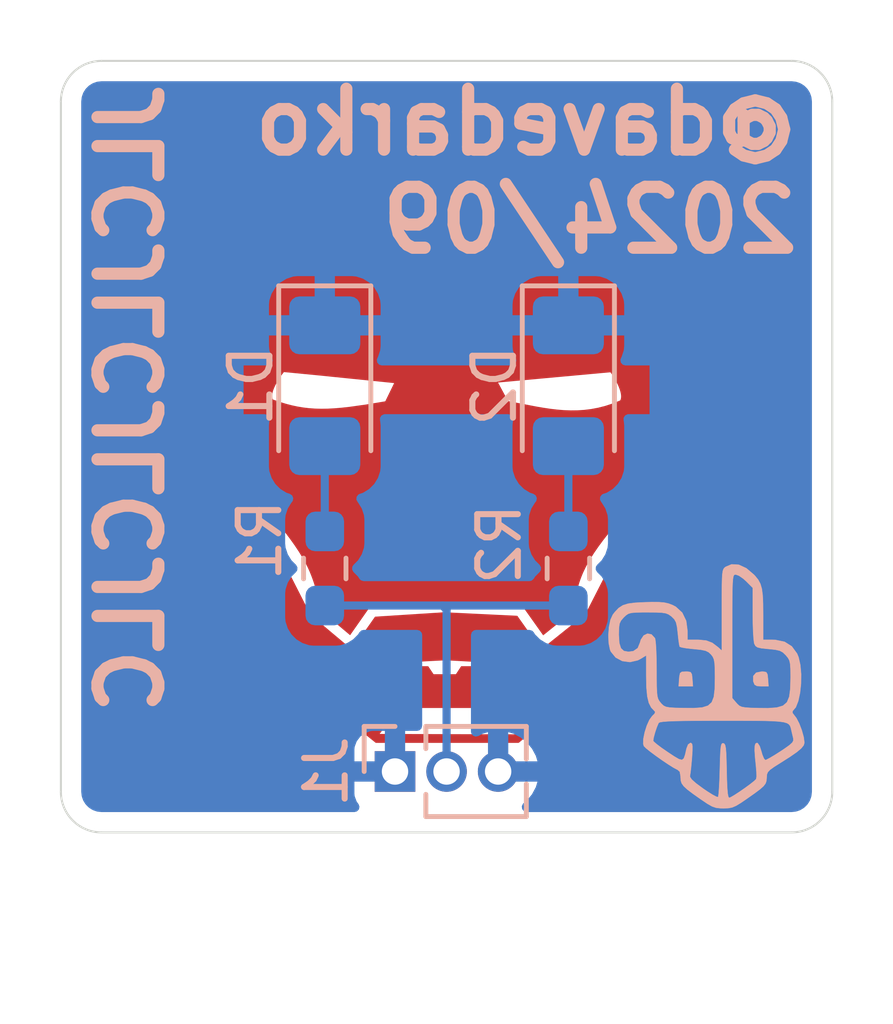
<source format=kicad_pcb>
(kicad_pcb (version 20240108) (generator "pcbnew") (generator_version "8.0")
  (layers (0 "F.Cu" signal) (31 "B.Cu" signal) (34 "B.Paste" user) (35 "F.Paste" user) (36 "B.SilkS" user "B.Silkscreen") (37 "F.SilkS" user "F.Silkscreen") (38 "B.Mask" user) (39 "F.Mask" user) (44 "Edge.Cuts" user))
  (net 0 "")
  (net 1 "Net-(D1-A)")
  (net 2 "GND")
  (net 3 "Net-(D2-A)")
  (net 4 "VCC")
  (footprint "Connector_PinHeader_1.27mm:PinHeader_1x03_P1.27mm_Vertical" (layer "B.Cu") (at 8.73 18 -90)
    (property "Reference" "J1" (at 0 1.695 90) (layer "B.SilkS") (effects (justify mirror)))
    (property "Value" "Conn_01x03_Pin")
    (fp_line (start -1.11 0.76) (end -1.11 0) (stroke (width 0.12)) (layer "B.SilkS"))
    (fp_line (start 0 0.76) (end -1.11 0.76) (stroke (width 0.12)) (layer "B.SilkS"))
    (fp_line (start -0.563471 -0.76) (end -1.11 -0.76) (stroke (width 0.12)) (layer "B.SilkS"))
    (fp_line (start 1.11 -0.76) (end 0.563471 -0.76) (stroke (width 0.12)) (layer "B.SilkS"))
    (fp_line (start -1.11 -3.235) (end -1.11 -0.76) (stroke (width 0.12)) (layer "B.SilkS"))
    (fp_line (start -0.30753 -3.235) (end -1.11 -3.235) (stroke (width 0.12)) (layer "B.SilkS"))
    (fp_line (start 1.11 -3.235) (end 1.11 -0.76) (stroke (width 0.12)) (layer "B.SilkS"))
    (fp_line (start 1.11 -3.235) (end 0.30753 -3.235) (stroke (width 0.12)) (layer "B.SilkS"))
    (pad "1" thru_hole rect (at 0 0 270) (size 1 1) (drill 0.65) (layers "*.Cu" "*.Mask") (net 2 "GND"))
    (pad "2" thru_hole oval (at 0 -1.27 270) (size 1 1) (drill 0.65) (layers "*.Cu" "*.Mask") (net 4 "VCC"))
    (pad "3" thru_hole oval (at 0 -2.54 270) (size 1 1) (drill 0.65) (layers "*.Cu" "*.Mask") (net 2 "GND"))
  )
  (footprint "LED_SMD:LED_1206_3216Metric_Pad1.42x1.75mm_HandSolder" (layer "B.Cu") (at 13 8.5 -90)
    (property "Reference" "D2" (at 0 1.82 90) (layer "B.SilkS") (effects (justify mirror)))
    (property "Value" "LED")
    (fp_line (start -2.46 1.135) (end 1.6 1.135) (stroke (width 0.12)) (layer "B.SilkS"))
    (fp_line (start -2.46 -1.135) (end -2.46 1.135) (stroke (width 0.12)) (layer "B.SilkS"))
    (fp_line (start 1.6 -1.135) (end -2.46 -1.135) (stroke (width 0.12)) (layer "B.SilkS"))
    (pad "1" smd roundrect (at -1.4875 0 270) (size 1.425 1.75) (layers "B.Cu" "B.Paste" "B.Mask") (roundrect_rratio 0.175439) (net 2 "GND"))
    (pad "2" smd roundrect (at 1.4875 0 270) (size 1.425 1.75) (layers "B.Cu" "B.Paste" "B.Mask") (roundrect_rratio 0.175439) (net 3 "Net-(D2-A)"))
  )
  (footprint "LED_SMD:LED_1206_3216Metric_Pad1.42x1.75mm_HandSolder" (layer "B.Cu") (at 7 8.5 -90)
    (property "Reference" "D1" (at 0 1.82 90) (layer "B.SilkS") (effects (justify mirror)))
    (property "Value" "LED")
    (fp_line (start -2.46 1.135) (end 1.6 1.135) (stroke (width 0.12)) (layer "B.SilkS"))
    (fp_line (start -2.46 -1.135) (end -2.46 1.135) (stroke (width 0.12)) (layer "B.SilkS"))
    (fp_line (start 1.6 -1.135) (end -2.46 -1.135) (stroke (width 0.12)) (layer "B.SilkS"))
    (pad "1" smd roundrect (at -1.4875 0 270) (size 1.425 1.75) (layers "B.Cu" "B.Paste" "B.Mask") (roundrect_rratio 0.175439) (net 2 "GND"))
    (pad "2" smd roundrect (at 1.4875 0 270) (size 1.425 1.75) (layers "B.Cu" "B.Paste" "B.Mask") (roundrect_rratio 0.175439) (net 1 "Net-(D1-A)"))
  )
  (footprint "davedarko:davedarko_logo_silk_outline" (layer "B.Cu") (at 16.4 15.9 180)
    (property "Reference" "Ref**" (hide yes))
    (property "Value" "Val**" (hide yes))
    (fp_poly (pts (xy 0.601261 0.354649) (xy 0.646236 0.323337) (xy 0.664104 0.242256) (xy 0.669184 0.179917) (xy 0.682201 0) (xy 0.333798 0) (xy 0.346816 0.179917) (xy 0.359246 0.292707) (xy 0.388785 0.344569) (xy 0.456612 0.359142) (xy 0.508 0.359833) (xy 0.601261 0.354649)) (stroke (width 0.01)) (fill solid) (layer "B.SilkS"))
    (fp_poly (pts (xy -1.225178 0.332348) (xy -1.156659 0.252074) (xy -1.156377 0.122284) (xy -1.15874 0.112386) (xy -1.188279 0.039258) (xy -1.246032 0.007096) (xy -1.357907 0) (xy -1.528868 0) (xy -1.515851 0.179917) (xy -1.5033 0.292747) (xy -1.473815 0.344621) (xy -1.40683 0.359168) (xy -1.359281 0.359833) (xy -1.225178 0.332348)) (stroke (width 0.01)) (fill solid) (layer "B.SilkS"))
    (fp_poly (pts (xy -0.475086 2.939766) (xy -0.445363 2.916631) (xy -0.422667 2.88707) (xy -0.406052 2.840351) (xy -0.394569 2.765739) (xy -0.387271 2.652501) (xy -0.38321 2.489903) (xy -0.381439 2.267211) (xy -0.381009 1.973692) (xy -0.381 1.874054) (xy -0.381 0.874242) (xy -0.28575 0.960997) (xy -0.145494 1.067104) (xy 0.001808 1.123629) (xy 0.190337 1.142633) (xy 0.23005 1.143) (xy 0.465667 1.143) (xy 0.465667 1.356353) (xy 0.498547 1.609061) (xy 0.595652 1.810391) (xy 0.754683 1.956317) (xy 0.831739 1.996788) (xy 0.931201 2.034914) (xy 1.035305 2.058471) (xy 1.165749 2.069737) (xy 1.344234 2.070991) (xy 1.503448 2.067306) (xy 1.746902 2.055877) (xy 1.924691 2.03342) (xy 2.055732 1.992724) (xy 2.158939 1.926575) (xy 2.253228 1.827761) (xy 2.304367 1.761943) (xy 2.361332 1.636446) (xy 2.398118 1.457813) (xy 2.413149 1.255507) (xy 2.404846 1.05899) (xy 2.371634 0.897724) (xy 2.352992 0.853419) (xy 2.234215 0.708194) (xy 2.070257 0.620883) (xy 1.882064 0.596524) (xy 1.690582 0.64016) (xy 1.61925 0.67687) (xy 1.481667 0.760756) (xy 1.481667 0.252018) (xy 1.475347 -0.035964) (xy 1.454557 -0.25275) (xy 1.416544 -0.410994) (xy 1.358558 -0.523353) (xy 1.29959 -0.585718) (xy 1.259512 -0.630769) (xy 1.274614 -0.676049) (xy 1.333557 -0.733885) (xy 1.402547 -0.82818) (xy 1.46647 -0.969736) (xy 1.518061 -1.132461) (xy 1.550055 -1.290265) (xy 1.555188 -1.417058) (xy 1.539303 -1.47277) (xy 1.485455 -1.526718) (xy 1.378891 -1.612487) (xy 1.238537 -1.716776) (xy 1.083319 -1.826284) (xy 0.932161 -1.927709) (xy 0.80399 -2.007751) (xy 0.717731 -2.053109) (xy 0.709083 -2.056259) (xy 0.654904 -2.104812) (xy 0.635364 -2.214256) (xy 0.635 -2.23914) (xy 0.629878 -2.321185) (xy 0.607386 -2.391534) (xy 0.556833 -2.461829) (xy 0.467528 -2.543715) (xy 0.328781 -2.648834) (xy 0.130944 -2.788106) (xy -0.026076 -2.893794) (xy -0.140584 -2.958454) (xy -0.2377 -2.991994) (xy -0.342543 -3.004325) (xy -0.420514 -3.005667) (xy -0.538351 -3.001763) (xy -0.634427 -2.983701) (xy -0.732197 -2.941956) (xy -0.855121 -2.867001) (xy -0.991631 -2.773732) (xy -1.185839 -2.637081) (xy -1.320675 -2.536109) (xy -1.406996 -2.459206) (xy -1.455661 -2.394761) (xy -1.477526 -2.331165) (xy -1.483451 -2.256809) (xy -1.483593 -2.247689) (xy -1.488945 -2.173968) (xy -1.51198 -2.115441) (xy -1.566433 -2.057582) (xy -1.666041 -1.985864) (xy -1.824539 -1.885761) (xy -1.827654 -1.883833) (xy -2.060021 -1.736221) (xy -2.226072 -1.620616) (xy -2.334469 -1.5297) (xy -2.393874 -1.456151) (xy -2.412949 -1.39265) (xy -2.413 -1.389169) (xy -2.405966 -1.335566) (xy -2.144521 -1.335566) (xy -2.117813 -1.387107) (xy -2.049135 -1.450543) (xy -1.926429 -1.538244) (xy -1.831941 -1.601046) (xy -1.681921 -1.696492) (xy -1.556096 -1.770927) (xy -1.4726 -1.813895) (xy -1.451685 -1.820333) (xy -1.41651 -1.782866) (xy -1.376731 -1.686913) (xy -1.354667 -1.608667) (xy -1.311542 -1.475189) (xy -1.264092 -1.404383) (xy -1.244611 -1.397) (xy -1.210653 -1.414362) (xy -1.192425 -1.473715) (xy -1.189477 -1.585957) (xy -1.201361 -1.761989) (xy -1.221498 -1.958334) (xy -1.234037 -2.10886) (xy -1.236163 -2.226849) (xy -1.227605 -2.2861) (xy -1.178122 -2.334936) (xy -1.079667 -2.412924) (xy -0.952385 -2.506022) (xy -0.816421 -2.600189) (xy -0.691919 -2.681384) (xy -0.599027 -2.735565) (xy -0.561992 -2.750036) (xy -0.540569 -2.726224) (xy -0.524146 -2.647911) (xy -0.511956 -2.507063) (xy -0.503232 -2.295647) (xy -0.498492 -2.085453) (xy -0.49307 -1.831217) (xy -0.48614 -1.649514) (xy -0.476238 -1.528207) (xy -0.461903 -1.455162) (xy -0.441672 -1.418245) (xy -0.416594 -1.405756) (xy -0.389608 -1.408584) (xy -0.369856 -1.436875) (xy -0.355782 -1.50241) (xy -0.345832 -1.616973) (xy -0.33845 -1.792347) (xy -0.332083 -2.040316) (xy -0.331928 -2.047352) (xy -0.325152 -2.274872) (xy -0.315944 -2.471932) (xy -0.30528 -2.623256) (xy -0.294137 -2.713567) (xy -0.288179 -2.731676) (xy -0.243534 -2.721293) (xy -0.146824 -2.669815) (xy -0.014115 -2.586409) (xy 0.083813 -2.519435) (xy 0.257136 -2.391098) (xy 0.362403 -2.297245) (xy 0.405887 -2.231816) (xy 0.406428 -2.207891) (xy 0.394147 -2.13537) (xy 0.378745 -2.002596) (xy 0.362912 -1.833783) (xy 0.357513 -1.767417) (xy 0.345433 -1.58765) (xy 0.344371 -1.476514) (xy 0.355845 -1.418503) (xy 0.381374 -1.398116) (xy 0.393796 -1.397) (xy 0.449939 -1.435782) (xy 0.488863 -1.534583) (xy 0.522895 -1.686404) (xy 0.555523 -1.778881) (xy 0.601591 -1.814887) (xy 0.675947 -1.797301) (xy 0.793434 -1.728997) (xy 0.951748 -1.624256) (xy 1.102351 -1.520201) (xy 1.222093 -1.430181) (xy 1.29596 -1.36592) (xy 1.312333 -1.34264) (xy 1.298528 -1.258552) (xy 1.264773 -1.13525) (xy 1.222557 -1.0092) (xy 1.18337 -0.916868) (xy 1.172738 -0.899583) (xy 1.141991 -0.884948) (xy 1.069748 -0.87305) (xy 0.949448 -0.863669) (xy 0.774531 -0.856583) (xy 0.538439 -0.851571) (xy 0.234611 -0.848414) (xy -0.143512 -0.846889) (xy -0.399259 -0.846667) (xy -0.814844 -0.846822) (xy -1.153849 -0.847995) (xy -1.42436 -0.851249) (xy -1.634463 -0.857647) (xy -1.792245 -0.868252) (xy -1.905792 -0.884125) (xy -1.98319 -0.906329) (xy -2.032526 -0.935927) (xy -2.061886 -0.973982) (xy -2.079356 -1.021556) (xy -2.090594 -1.068917) (xy -2.120049 -1.196027) (xy -2.141312 -1.283546) (xy -2.144521 -1.335566) (xy -2.405966 -1.335566) (xy -2.394963 -1.251718) (xy -2.348485 -1.08382) (xy -2.285019 -0.917354) (xy -2.216018 -0.784198) (xy -2.177876 -0.734694) (xy -2.118782 -0.656718) (xy -2.122806 -0.610069) (xy -2.123808 -0.60942) (xy -2.201355 -0.518219) (xy -2.262455 -0.362718) (xy -2.305635 -0.161946) (xy -2.329422 0.065066) (xy -2.331277 0.213755) (xy -2.074333 0.213755) (xy -2.068176 -0.058577) (xy -2.042294 -0.257951) (xy -1.985573 -0.395159) (xy -1.886897 -0.480993) (xy -1.735152 -0.526243) (xy -1.519223 -0.541702) (xy -1.297999 -0.539995) (xy -1.094849 -0.534202) (xy -0.958032 -0.525441) (xy -0.869224 -0.509479) (xy -0.810101 -0.482083) (xy -0.762339 -0.439017) (xy -0.737082 -0.410389) (xy -0.635 -0.291612) (xy -0.635 0.197559) (xy -0.211667 0.197559) (xy -0.206612 -0.06789) (xy -0.18395 -0.262121) (xy -0.132434 -0.395802) (xy -0.040818 -0.479603) (xy 0.102146 -0.524193) (xy 0.307704 -0.540242) (xy 0.564668 -0.538908) (xy 0.767767 -0.533612) (xy 0.904525 -0.525216) (xy 0.99326 -0.509524) (xy 1.052289 -0.482338) (xy 1.099932 -0.439461) (xy 1.125585 -0.410389) (xy 1.163319 -0.363082) (xy 1.190387 -0.313309) (xy 1.208559 -0.246899) (xy 1.219604 -0.149682) (xy 1.225289 -0.007489) (xy 1.227385 0.193851) (xy 1.227667 0.407311) (xy 1.23008 0.647067) (xy 1.236751 0.861021) (xy 1.246827 1.033105) (xy 1.259457 1.147253) (xy 1.268824 1.183136) (xy 1.352004 1.274289) (xy 1.450582 1.294174) (xy 1.544748 1.248519) (xy 1.614689 1.143055) (xy 1.632938 1.077839) (xy 1.689821 0.938) (xy 1.799227 0.863118) (xy 1.92036 0.846667) (xy 2.032978 0.866917) (xy 2.106152 0.935105) (xy 2.146078 1.062384) (xy 2.158952 1.25991) (xy 2.159 1.27628) (xy 2.155761 1.437695) (xy 2.140649 1.542021) (xy 2.105569 1.616753) (xy 2.042426 1.689383) (xy 2.035256 1.69659) (xy 1.977954 1.750721) (xy 1.923077 1.786195) (xy 1.851856 1.806953) (xy 1.745522 1.816936) (xy 1.585302 1.820085) (xy 1.445838 1.820333) (xy 1.238453 1.818985) (xy 1.096621 1.812685) (xy 1.001243 1.798054) (xy 0.933218 1.771712) (xy 0.873447 1.730278) (xy 0.85613 1.715967) (xy 0.788764 1.649636) (xy 0.747092 1.573838) (xy 0.721479 1.462782) (xy 0.703925 1.308479) (xy 0.687584 1.155263) (xy 0.671017 1.03651) (xy 0.657614 0.976236) (xy 0.656791 0.974677) (xy 0.608474 0.956957) (xy 0.497492 0.937612) (xy 0.345686 0.920257) (xy 0.308331 0.917012) (xy 0.133097 0.898997) (xy 0.019143 0.874973) (xy -0.056905 0.837471) (xy -0.116417 0.78132) (xy -0.158331 0.726225) (xy -0.185822 0.663139) (xy -0.201877 0.573756) (xy -0.209484 0.439768) (xy -0.21163 0.242867) (xy -0.211667 0.197559) (xy -0.635 0.197559) (xy -0.635 1.230027) (xy -0.63508 1.628653) (xy -0.635641 1.950765) (xy -0.637162 2.204518) (xy -0.640125 2.398064) (xy -0.645009 2.539556) (xy -0.652295 2.637149) (xy -0.662464 2.698995) (xy -0.675995 2.733249) (xy -0.693369 2.748062) (xy -0.715066 2.75159) (xy -0.724647 2.751667) (xy -0.803767 2.722989) (xy -0.909835 2.649438) (xy -0.978647 2.587314) (xy -1.143 2.422961) (xy -1.143 1.785736) (xy -1.145519 1.553938) (xy -1.152448 1.34547) (xy -1.162848 1.178227) (xy -1.175778 1.070104) (xy -1.18184 1.046356) (xy -1.210781 0.992473) (xy -1.260699 0.958527) (xy -1.351889 0.937087) (xy -1.504644 0.920725) (xy -1.53109 0.9185) (xy -1.698488 0.901042) (xy -1.80741 0.876327) (xy -1.884014 0.834841) (xy -1.95446 0.767066) (xy -1.957917 0.763232) (xy -2.011388 0.698625) (xy -2.045366 0.634946) (xy -2.06425 0.55144) (xy -2.072436 0.427352) (xy -2.074322 0.241926) (xy -2.074333 0.213755) (xy -2.331277 0.213755) (xy -2.332345 0.299287) (xy -2.312929 0.521687) (xy -2.269704 0.713236) (xy -2.233083 0.802815) (xy -2.102551 0.981326) (xy -1.92551 1.09279) (xy -1.69589 1.140573) (xy -1.619911 1.143) (xy -1.397 1.143) (xy -1.397 1.754078) (xy -1.39451 2.033696) (xy -1.384655 2.244499) (xy -1.363856 2.402255) (xy -1.328534 2.52273) (xy -1.275111 2.621692) (xy -1.200007 2.714908) (xy -1.172154 2.744695) (xy -0.982941 2.905032) (xy -0.796668 2.991133) (xy -0.621151 3.000809) (xy -0.475086 2.939766)) (stroke (width 0.01)) (fill solid) (layer "B.SilkS"))
  )
  (footprint "Resistor_SMD:R_0603_1608Metric_Pad0.98x0.95mm_HandSolder" (layer "B.Cu") (at 7 13 90)
    (property "Reference" "R1" (at 0.7 -1.6 90) (layer "B.SilkS") (effects (justify mirror)))
    (property "Value" "R")
    (fp_line (start 0.254724 -0.5225) (end -0.254724 -0.5225) (stroke (width 0.12)) (layer "B.SilkS"))
    (fp_line (start 0.254724 0.5225) (end -0.254724 0.5225) (stroke (width 0.12)) (layer "B.SilkS"))
    (pad "1" smd roundrect (at -0.9125 0 90) (size 0.975 0.95) (layers "B.Cu" "B.Paste" "B.Mask") (net 4 "VCC"))
    (pad "2" smd roundrect (at 0.9125 0 90) (size 0.975 0.95) (layers "B.Cu" "B.Paste" "B.Mask") (net 1 "Net-(D1-A)"))
  )
  (footprint "Resistor_SMD:R_0603_1608Metric_Pad0.98x0.95mm_HandSolder" (layer "B.Cu") (at 13 13 90)
    (property "Reference" "R2" (at 0.6 -1.7 90) (layer "B.SilkS") (effects (justify mirror)))
    (property "Value" "R")
    (fp_line (start 0.254724 -0.5225) (end -0.254724 -0.5225) (stroke (width 0.12)) (layer "B.SilkS"))
    (fp_line (start 0.254724 0.5225) (end -0.254724 0.5225) (stroke (width 0.12)) (layer "B.SilkS"))
    (pad "1" smd roundrect (at -0.9125 0 90) (size 0.975 0.95) (layers "B.Cu" "B.Paste" "B.Mask") (net 4 "VCC"))
    (pad "2" smd roundrect (at 0.9125 0 90) (size 0.975 0.95) (layers "B.Cu" "B.Paste" "B.Mask") (net 3 "Net-(D2-A)"))
  )
  (gr_poly (pts (xy 10.426566 1.295154) (xy 10.604067 1.298989) (xy 10.786541 1.310356) (xy 10.973346 1.329046) (xy 11.163836 1.354853) (xy 11.553298 1.426988) (xy 11.94978 1.525101) (xy 12.34813 1.647533) (xy 12.743199 1.792624) (xy 13.129837 1.958716) (xy 13.502894 2.14415) (xy 13.682721 2.243601) (xy 13.857221 2.347265) (xy 14.02575 2.454935) (xy 14.187666 2.566404) (xy 14.342325 2.681463) (xy 14.489082 2.799906) (xy 14.627293 2.921525) (xy 14.756316 3.046113) (xy 14.875507 3.173462) (xy 14.984221 3.303366) (xy 15.081815 3.435616) (xy 15.167645 3.570005) (xy 15.241068 3.706326) (xy 15.301439 3.844371) (xy 15.348116 3.983933) (xy 15.380454 4.124805) (xy 15.489249 6.010303) (xy 15.460242 7.415973) (xy 15.460242 11.475421) (xy 15.185385 13.735675) (xy 14.384757 15.144153) (xy 11.776023 17.295122) (xy 8.255027 17.295122) (xy 7.981442 17.074907) (xy 8.351096 17.074907) (xy 11.750159 17.084917) (xy 11.281134 16.436235) (xy 8.815909 16.436235) (xy 8.351096 17.074907) (xy 7.981442 17.074907) (xy 5.804141 15.322345) (xy 8.810294 15.322345) (xy 8.810294 15.40636) (xy 9.547141 15.40636) (xy 9.679877 15.604297) (xy 10.229575 15.604297) (xy 10.359488 15.40636) (xy 11.095862 15.40636) (xy 11.095862 15.322345) (xy 9.972525 15.26134) (xy 8.810294 15.322345) (xy 5.804141 15.322345) (xy 5.492454 15.07146) (xy 4.876151 13.482867) (xy 4.450752 11.475421) (xy 4.450752 11.293323) (xy 5.200263 11.293323) (xy 6.645805 14.133288) (xy 6.651801 14.138293) (xy 6.649802 14.140307) (xy 7.668998 14.994891) (xy 8.237922 14.186755) (xy 9.941443 14.078418) (xy 11.742514 14.16521) (xy 12.329276 14.99306) (xy 13.419303 14.119708) (xy 13.419776 14.11925) (xy 13.421775 14.118793) (xy 14.864981 11.294299) (xy 14.856986 11.180804) (xy 14.672391 11.366843) (xy 14.475792 11.574862) (xy 14.24001 11.837745) (xy 14.114539 11.98465) (xy 13.987808 12.139138) (xy 13.862663 12.299166) (xy 13.741949 12.46269) (xy 13.628511 12.627665) (xy 13.525196 12.792047) (xy 13.434848 12.953793) (xy 13.360312 13.110858) (xy 13.327191 13.191482) (xy 13.298032 13.268417) (xy 13.272633 13.341728) (xy 13.25079 13.411478) (xy 13.232299 13.477732) (xy 13.216956 13.540553) (xy 13.204559 13.600006) (xy 13.194903 13.656154) (xy 13.187785 13.709061) (xy 13.183002 13.758791) (xy 13.18035 13.805408) (xy 13.179626 13.848976) (xy 13.180625 13.889559) (xy 13.183145 13.927221) (xy 13.186981 13.962025) (xy 13.191931 13.994037) (xy 12.379584 14.647387) (xy 11.870688 13.931659) (xy 9.940634 13.837359) (xy 8.107673 13.954608) (xy 7.623634 14.644092) (xy 6.851142 13.994952) (xy 6.847787 13.915936) (xy 6.839351 13.8265) (xy 6.824758 13.726584) (xy 6.802932 13.616126) (xy 6.788971 13.556925) (xy 6.772798 13.495067) (xy 6.754279 13.430543) (xy 6.733279 13.363346) (xy 6.709665 13.293468) (xy 6.683301 13.220902) (xy 6.654053 13.14564) (xy 6.621787 13.067676) (xy 6.586912 12.98998) (xy 6.548184 12.911095) (xy 6.505929 12.831262) (xy 6.460471 12.750719) (xy 6.36125 12.588465) (xy 6.253123 12.42625) (xy 6.138693 12.265992) (xy 6.020561 12.109609) (xy 5.901329 11.959019) (xy 5.783601 11.816138) (xy 5.669978 11.682885) (xy 5.563061 11.561178) (xy 5.379759 11.36007) (xy 5.208137 11.180774) (xy 5.200263 11.293323) (xy 4.450752 11.293323) (xy 4.450752 8.741096) (xy 5.703039 8.741096) (xy 5.703162 8.762877) (xy 5.705187 8.783648) (xy 5.709231 8.803301) (xy 5.715409 8.821729) (xy 5.723838 8.838824) (xy 5.878615 8.893251) (xy 6.028681 8.939834) (xy 6.175563 8.97878) (xy 6.320787 9.010294) (xy 6.465881 9.03458) (xy 6.612372 9.051844) (xy 6.761787 9.062291) (xy 6.915654 9.066127) (xy 7.0755 9.063556) (xy 7.242851 9.054783) (xy 7.419235 9.040015) (xy 7.60618 9.019455) (xy 8.017858 8.961784) (xy 8.490103 8.88341) (xy 8.708838 8.434527) (xy 8.57561 8.421008) (xy 11.267966 8.421008) (xy 11.514548 8.877398) (xy 12.214498 9.012653) (xy 12.384149 9.041647) (xy 12.552612 9.066605) (xy 12.720362 9.086471) (xy 12.887871 9.100192) (xy 13.055615 9.106713) (xy 13.224067 9.10498) (xy 13.393701 9.093939) (xy 13.564989 9.072535) (xy 13.738408 9.039713) (xy 13.914429 8.99442) (xy 14.093527 8.9356) (xy 14.276175 8.862201) (xy 14.284689 8.845053) (xy 14.291112 8.826475) (xy 14.295551 8.806578) (xy 14.298109 8.785479) (xy 14.298894 8.763289) (xy 14.298009 8.740124) (xy 14.295562 8.716096) (xy 14.291656 8.691321) (xy 14.286399 8.665911) (xy 14.279895 8.639982) (xy 14.263567 8.587017) (xy 14.243519 8.533339) (xy 14.220593 8.479857) (xy 14.195634 8.427484) (xy 14.169484 8.377131) (xy 14.142989 8.329708) (xy 14.116991 8.286127) (xy 14.092336 8.247299) (xy 14.069866 8.214135) (xy 14.050425 8.187546) (xy 14.034857 8.168445) (xy 11.267966 8.421008) (xy 8.57561 8.421008) (xy 6.847556 8.245654) (xy 5.994346 8.163074) (xy 5.95808 8.207999) (xy 5.907647 8.277955) (xy 5.879441 8.320174) (xy 5.85048 8.366076) (xy 5.821696 8.414802) (xy 5.794015 8.465495) (xy 5.768368 8.517296) (xy 5.745684 8.569346) (xy 5.726893 8.620787) (xy 5.712922 8.670762) (xy 5.708035 8.694931) (xy 5.704702 8.718411) (xy 5.703039 8.741096) (xy 4.450752 8.741096) (xy 4.450752 7.415973) (xy 4.456748 5.799213) (xy 4.605903 3.886524) (xy 4.623921 3.75961) (xy 4.657711 3.633629) (xy 4.706608 3.508785) (xy 4.769942 3.38528) (xy 4.847047 3.263316) (xy 4.937255 3.143099) (xy 5.0399 3.024829) (xy 5.154313 2.908711) (xy 5.415776 2.68374) (xy 5.716307 2.469811) (xy 6.050566 2.268547) (xy 6.413215 2.081573) (xy 6.499666 2.043232) (xy 8.210883 2.043232) (xy 8.304191 2.330738) (xy 11.745001 2.341541) (xy 11.825202 2.043232) (xy 11.593863 1.988765) (xy 11.363313 1.942446) (xy 11.133541 1.904078) (xy 10.904538 1.873466) (xy 10.676292 1.850415) (xy 10.448793 1.834728) (xy 10.22203 1.826209) (xy 9.996005 1.824665) (xy 9.770665 1.830002) (xy 9.54599 1.84198) (xy 9.321963 1.860419) (xy 9.098565 1.885139) (xy 8.875777 1.91596) (xy 8.65358 1.952703) (xy 8.431955 1.995186) (xy 8.210883 2.043232) (xy 6.499666 2.043232) (xy 6.798915 1.910514) (xy 7.202328 1.756992) (xy 7.618115 1.622633) (xy 8.040937 1.509061) (xy 8.465456 1.4179) (xy 8.886333 1.350774) (xy 9.29823 1.309307) (xy 9.695807 1.295124)) (stroke (width -0.000001)) (fill solid) (layer "F.Cu"))
  (gr_arc (start 19.5 18.5) (mid 19.207107 19.207107) (end 18.5 19.5) (stroke (width 0.05)) (layer "Edge.Cuts"))
  (gr_arc (start 0.5 1.5) (mid 0.792893 0.792893) (end 1.5 0.5) (stroke (width 0.05)) (layer "Edge.Cuts"))
  (gr_line (start 18.5 0.5) (end 1.5 0.5) (stroke (width 0.05)) (layer "Edge.Cuts"))
  (gr_line (start 1.5 19.5) (end 18.5 19.5) (stroke (width 0.05)) (layer "Edge.Cuts"))
  (gr_line (start 19.5 18.5) (end 19.5 1.5) (stroke (width 0.05)) (layer "Edge.Cuts"))
  (gr_arc (start 1.5 19.5) (mid 0.792893 19.207107) (end 0.5 18.5) (stroke (width 0.05)) (layer "Edge.Cuts"))
  (gr_line (start 0.5 1.5) (end 0.5 18.5) (stroke (width 0.05)) (layer "Edge.Cuts"))
  (gr_arc (start 18.5 0.5) (mid 19.207107 0.792893) (end 19.5 1.5) (stroke (width 0.05)) (layer "Edge.Cuts"))
  (gr_text "JLCJLCJLCJLC" (at 3.1 0.9 90) (layer "B.SilkS") (effects (font (size 1.5 1.5) (thickness 0.3) (bold yes)) (justify left bottom mirror)))
  (gr_text "@davedarko\n2024/09" (at 18.8 5.3 0) (layer "B.SilkS") (effects (font (size 1.5 1.5) (thickness 0.3) (bold yes)) (justify left bottom mirror)))
  (segment (start 7 9.9875) (end 7 12.0875) (width 0.2) (layer "B.Cu") (net 1))
  (segment (start 13 9.9875) (end 13 12.0875) (width 0.2) (layer "B.Cu") (net 3))
  (segment (start 7 13.9125) (end 9.9 13.9125) (width 0.2) (layer "B.Cu") (net 4))
  (segment (start 10 14.0125) (end 9.9 13.9125) (width 0.2) (layer "B.Cu") (net 4))
  (segment (start 10 18) (end 10 14.0125) (width 0.2) (layer "B.Cu") (net 4))
  (segment (start 9.9 13.9125) (end 13 13.9125) (width 0.2) (layer "B.Cu") (net 4))
  (zone (net 0) (net_name "") (layer "B.Cu") (connect_pads (clearance 0)) (min_thickness 0.25)
    (keepout (tracks not_allowed) (vias not_allowed) (pads not_allowed) (copperpour not_allowed) (footprints allowed))
    (fill (thermal_gap 0.5) (thermal_bridge_width 0.5))
    (polygon (pts (xy 5 8) (xy 15 8) (xy 15 9.2) (xy 5 9.2)))
  )
  (zone (net 2) (net_name "GND") (layer "B.Cu") (connect_pads (clearance 0.5)) (min_thickness 0.25) (fill yes (thermal_gap 0.5) (thermal_bridge_width 0.5) (island_removal_mode 1) (island_area_min 10))
    (polygon (pts (xy -1 -1) (xy 21 -1) (xy 21 21) (xy -1 21)))
  )
)
</source>
